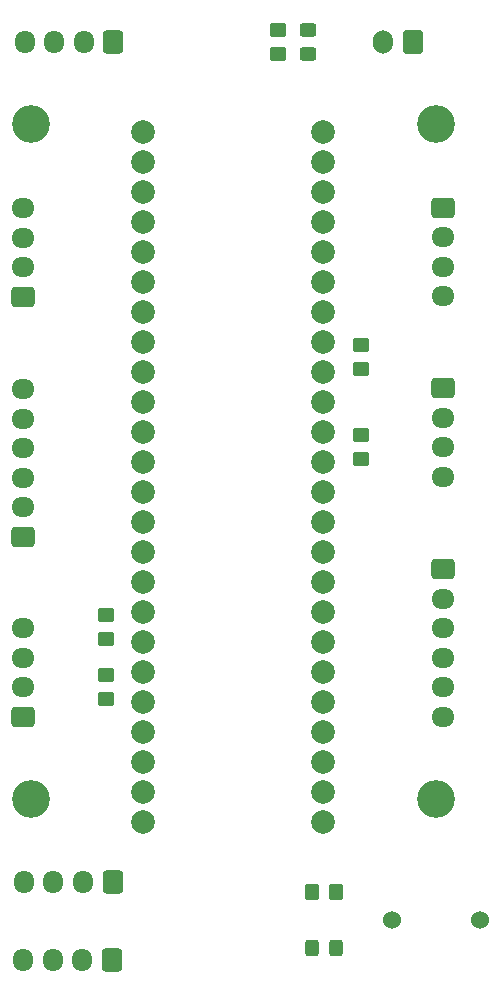
<source format=gbr>
%TF.GenerationSoftware,KiCad,Pcbnew,8.0.3*%
%TF.CreationDate,2024-09-30T00:23:01-04:00*%
%TF.ProjectId,mcu-board,6d63752d-626f-4617-9264-2e6b69636164,rev?*%
%TF.SameCoordinates,Original*%
%TF.FileFunction,Soldermask,Top*%
%TF.FilePolarity,Negative*%
%FSLAX46Y46*%
G04 Gerber Fmt 4.6, Leading zero omitted, Abs format (unit mm)*
G04 Created by KiCad (PCBNEW 8.0.3) date 2024-09-30 00:23:01*
%MOMM*%
%LPD*%
G01*
G04 APERTURE LIST*
G04 Aperture macros list*
%AMRoundRect*
0 Rectangle with rounded corners*
0 $1 Rounding radius*
0 $2 $3 $4 $5 $6 $7 $8 $9 X,Y pos of 4 corners*
0 Add a 4 corners polygon primitive as box body*
4,1,4,$2,$3,$4,$5,$6,$7,$8,$9,$2,$3,0*
0 Add four circle primitives for the rounded corners*
1,1,$1+$1,$2,$3*
1,1,$1+$1,$4,$5*
1,1,$1+$1,$6,$7*
1,1,$1+$1,$8,$9*
0 Add four rect primitives between the rounded corners*
20,1,$1+$1,$2,$3,$4,$5,0*
20,1,$1+$1,$4,$5,$6,$7,0*
20,1,$1+$1,$6,$7,$8,$9,0*
20,1,$1+$1,$8,$9,$2,$3,0*%
G04 Aperture macros list end*
%ADD10RoundRect,0.250000X0.350000X0.450000X-0.350000X0.450000X-0.350000X-0.450000X0.350000X-0.450000X0*%
%ADD11RoundRect,0.250000X-0.325000X-0.450000X0.325000X-0.450000X0.325000X0.450000X-0.325000X0.450000X0*%
%ADD12C,1.524000*%
%ADD13RoundRect,0.250000X-0.725000X0.600000X-0.725000X-0.600000X0.725000X-0.600000X0.725000X0.600000X0*%
%ADD14O,1.950000X1.700000*%
%ADD15RoundRect,0.250000X-0.450000X0.350000X-0.450000X-0.350000X0.450000X-0.350000X0.450000X0.350000X0*%
%ADD16C,3.200000*%
%ADD17RoundRect,0.250000X0.600000X0.725000X-0.600000X0.725000X-0.600000X-0.725000X0.600000X-0.725000X0*%
%ADD18O,1.700000X1.950000*%
%ADD19RoundRect,0.250000X0.600000X0.750000X-0.600000X0.750000X-0.600000X-0.750000X0.600000X-0.750000X0*%
%ADD20O,1.700000X2.000000*%
%ADD21RoundRect,0.250000X0.725000X-0.600000X0.725000X0.600000X-0.725000X0.600000X-0.725000X-0.600000X0*%
%ADD22RoundRect,0.250000X0.450000X-0.350000X0.450000X0.350000X-0.450000X0.350000X-0.450000X-0.350000X0*%
%ADD23C,2.000000*%
%ADD24RoundRect,0.250000X0.450000X-0.325000X0.450000X0.325000X-0.450000X0.325000X-0.450000X-0.325000X0*%
G04 APERTURE END LIST*
D10*
%TO.C,R6*%
X173750000Y-106250000D03*
X171750000Y-106250000D03*
%TD*%
D11*
%TO.C,D2*%
X171725000Y-111000000D03*
X173775000Y-111000000D03*
%TD*%
D12*
%TO.C,BZ1*%
X178500000Y-108600000D03*
X186000000Y-108600000D03*
%TD*%
D13*
%TO.C,J8*%
X182880000Y-78940000D03*
D14*
X182880000Y-81440000D03*
X182880000Y-83940000D03*
X182880000Y-86440000D03*
X182880000Y-88940000D03*
X182880000Y-91440000D03*
%TD*%
D15*
%TO.C,R4*%
X154305000Y-82820000D03*
X154305000Y-84820000D03*
%TD*%
D13*
%TO.C,J5*%
X182880000Y-48340000D03*
D14*
X182880000Y-50840000D03*
X182880000Y-53340000D03*
X182880000Y-55840000D03*
%TD*%
D16*
%TO.C,H3*%
X182245000Y-41275000D03*
%TD*%
D17*
%TO.C,J3*%
X154940000Y-34290000D03*
D18*
X152440000Y-34290000D03*
X149940000Y-34290000D03*
X147440000Y-34290000D03*
%TD*%
D19*
%TO.C,J9*%
X180300000Y-34290000D03*
D20*
X177800000Y-34290000D03*
%TD*%
D13*
%TO.C,J1*%
X182880000Y-63620000D03*
D14*
X182880000Y-66120000D03*
X182880000Y-68620000D03*
X182880000Y-71120000D03*
%TD*%
D21*
%TO.C,J2*%
X147320000Y-91440000D03*
D14*
X147320000Y-88940000D03*
X147320000Y-86440000D03*
X147320000Y-83940000D03*
%TD*%
D16*
%TO.C,H4*%
X147955000Y-41275000D03*
%TD*%
D22*
%TO.C,R5*%
X168910000Y-35290000D03*
X168910000Y-33290000D03*
%TD*%
D15*
%TO.C,R3*%
X154305000Y-87900000D03*
X154305000Y-89900000D03*
%TD*%
D16*
%TO.C,H1*%
X147955000Y-98425000D03*
%TD*%
D17*
%TO.C,J7*%
X154800000Y-112000000D03*
D18*
X152300000Y-112000000D03*
X149800000Y-112000000D03*
X147300000Y-112000000D03*
%TD*%
D22*
%TO.C,R1*%
X175895000Y-61960000D03*
X175895000Y-59960000D03*
%TD*%
%TO.C,R2*%
X175895000Y-69580000D03*
X175895000Y-67580000D03*
%TD*%
D17*
%TO.C,J6*%
X154860000Y-105400000D03*
D18*
X152360000Y-105400000D03*
X149860000Y-105400000D03*
X147360000Y-105400000D03*
%TD*%
D21*
%TO.C,J10*%
X147320000Y-76200000D03*
D14*
X147320000Y-73700000D03*
X147320000Y-71200000D03*
X147320000Y-68700000D03*
X147320000Y-66200000D03*
X147320000Y-63700000D03*
%TD*%
D23*
%TO.C,Teensy4.2*%
X157480000Y-41910000D03*
X157480000Y-44450000D03*
X157480000Y-46990000D03*
X157480000Y-49530000D03*
X157480000Y-52070000D03*
X157480000Y-54610000D03*
X157480000Y-57150000D03*
X157480000Y-59690000D03*
X157480000Y-62230000D03*
X157480000Y-64770000D03*
X157480000Y-67310000D03*
X157480000Y-69850000D03*
X157480000Y-72390000D03*
X157480000Y-74930000D03*
X157480000Y-77470000D03*
X157480000Y-80010000D03*
X157480000Y-82550000D03*
X157480000Y-85090000D03*
X157480000Y-87630000D03*
X157480000Y-90170000D03*
X157480000Y-92710000D03*
X157480000Y-95250000D03*
X157480000Y-97790000D03*
X157480000Y-100330000D03*
X172720000Y-100330000D03*
X172720000Y-97790000D03*
X172720000Y-95250000D03*
X172720000Y-92710000D03*
X172720000Y-90170000D03*
X172720000Y-87630000D03*
X172720000Y-85090000D03*
X172720000Y-82550000D03*
X172720000Y-80010000D03*
X172720000Y-77470000D03*
X172720000Y-74930000D03*
X172720000Y-72390000D03*
X172720000Y-69850000D03*
X172720000Y-67310000D03*
X172720000Y-64770000D03*
X172720000Y-62230000D03*
X172720000Y-59690000D03*
X172720000Y-57150000D03*
X172720000Y-54610000D03*
X172720000Y-52070000D03*
X172720000Y-49530000D03*
X172720000Y-46990000D03*
X172720000Y-44450000D03*
X172720000Y-41910000D03*
%TD*%
D21*
%TO.C,J4*%
X147320000Y-55880000D03*
D14*
X147320000Y-53380000D03*
X147320000Y-50880000D03*
X147320000Y-48380000D03*
%TD*%
D24*
%TO.C,D1*%
X171450000Y-35315000D03*
X171450000Y-33265000D03*
%TD*%
D16*
%TO.C,H2*%
X182245000Y-98425000D03*
%TD*%
M02*

</source>
